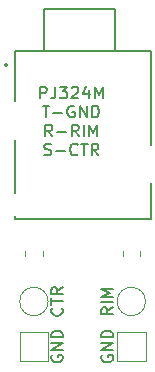
<source format=gbr>
%TF.GenerationSoftware,KiCad,Pcbnew,6.0.2+dfsg-1*%
%TF.CreationDate,2023-07-31T08:36:05-05:00*%
%TF.ProjectId,DrumPCB,4472756d-5043-4422-9e6b-696361645f70,rev?*%
%TF.SameCoordinates,Original*%
%TF.FileFunction,Legend,Top*%
%TF.FilePolarity,Positive*%
%FSLAX46Y46*%
G04 Gerber Fmt 4.6, Leading zero omitted, Abs format (unit mm)*
G04 Created by KiCad (PCBNEW 6.0.2+dfsg-1) date 2023-07-31 08:36:05*
%MOMM*%
%LPD*%
G01*
G04 APERTURE LIST*
%ADD10C,0.150000*%
%ADD11C,0.120000*%
%ADD12C,0.127000*%
%ADD13C,0.200000*%
G04 APERTURE END LIST*
D10*
X130072142Y-86302380D02*
X130072142Y-85302380D01*
X130453095Y-85302380D01*
X130548333Y-85350000D01*
X130595952Y-85397619D01*
X130643571Y-85492857D01*
X130643571Y-85635714D01*
X130595952Y-85730952D01*
X130548333Y-85778571D01*
X130453095Y-85826190D01*
X130072142Y-85826190D01*
X131357857Y-85302380D02*
X131357857Y-86016666D01*
X131310238Y-86159523D01*
X131215000Y-86254761D01*
X131072142Y-86302380D01*
X130976904Y-86302380D01*
X131738809Y-85302380D02*
X132357857Y-85302380D01*
X132024523Y-85683333D01*
X132167380Y-85683333D01*
X132262619Y-85730952D01*
X132310238Y-85778571D01*
X132357857Y-85873809D01*
X132357857Y-86111904D01*
X132310238Y-86207142D01*
X132262619Y-86254761D01*
X132167380Y-86302380D01*
X131881666Y-86302380D01*
X131786428Y-86254761D01*
X131738809Y-86207142D01*
X132738809Y-85397619D02*
X132786428Y-85350000D01*
X132881666Y-85302380D01*
X133119761Y-85302380D01*
X133215000Y-85350000D01*
X133262619Y-85397619D01*
X133310238Y-85492857D01*
X133310238Y-85588095D01*
X133262619Y-85730952D01*
X132691190Y-86302380D01*
X133310238Y-86302380D01*
X134167380Y-85635714D02*
X134167380Y-86302380D01*
X133929285Y-85254761D02*
X133691190Y-85969047D01*
X134310238Y-85969047D01*
X134691190Y-86302380D02*
X134691190Y-85302380D01*
X135024523Y-86016666D01*
X135357857Y-85302380D01*
X135357857Y-86302380D01*
X130286428Y-86912380D02*
X130857857Y-86912380D01*
X130572142Y-87912380D02*
X130572142Y-86912380D01*
X131191190Y-87531428D02*
X131953095Y-87531428D01*
X132953095Y-86960000D02*
X132857857Y-86912380D01*
X132715000Y-86912380D01*
X132572142Y-86960000D01*
X132476904Y-87055238D01*
X132429285Y-87150476D01*
X132381666Y-87340952D01*
X132381666Y-87483809D01*
X132429285Y-87674285D01*
X132476904Y-87769523D01*
X132572142Y-87864761D01*
X132715000Y-87912380D01*
X132810238Y-87912380D01*
X132953095Y-87864761D01*
X133000714Y-87817142D01*
X133000714Y-87483809D01*
X132810238Y-87483809D01*
X133429285Y-87912380D02*
X133429285Y-86912380D01*
X134000714Y-87912380D01*
X134000714Y-86912380D01*
X134476904Y-87912380D02*
X134476904Y-86912380D01*
X134715000Y-86912380D01*
X134857857Y-86960000D01*
X134953095Y-87055238D01*
X135000714Y-87150476D01*
X135048333Y-87340952D01*
X135048333Y-87483809D01*
X135000714Y-87674285D01*
X134953095Y-87769523D01*
X134857857Y-87864761D01*
X134715000Y-87912380D01*
X134476904Y-87912380D01*
X131095952Y-89522380D02*
X130762619Y-89046190D01*
X130524523Y-89522380D02*
X130524523Y-88522380D01*
X130905476Y-88522380D01*
X131000714Y-88570000D01*
X131048333Y-88617619D01*
X131095952Y-88712857D01*
X131095952Y-88855714D01*
X131048333Y-88950952D01*
X131000714Y-88998571D01*
X130905476Y-89046190D01*
X130524523Y-89046190D01*
X131524523Y-89141428D02*
X132286428Y-89141428D01*
X133334047Y-89522380D02*
X133000714Y-89046190D01*
X132762619Y-89522380D02*
X132762619Y-88522380D01*
X133143571Y-88522380D01*
X133238809Y-88570000D01*
X133286428Y-88617619D01*
X133334047Y-88712857D01*
X133334047Y-88855714D01*
X133286428Y-88950952D01*
X133238809Y-88998571D01*
X133143571Y-89046190D01*
X132762619Y-89046190D01*
X133762619Y-89522380D02*
X133762619Y-88522380D01*
X134238809Y-89522380D02*
X134238809Y-88522380D01*
X134572142Y-89236666D01*
X134905476Y-88522380D01*
X134905476Y-89522380D01*
X130429285Y-91084761D02*
X130572142Y-91132380D01*
X130810238Y-91132380D01*
X130905476Y-91084761D01*
X130953095Y-91037142D01*
X131000714Y-90941904D01*
X131000714Y-90846666D01*
X130953095Y-90751428D01*
X130905476Y-90703809D01*
X130810238Y-90656190D01*
X130619761Y-90608571D01*
X130524523Y-90560952D01*
X130476904Y-90513333D01*
X130429285Y-90418095D01*
X130429285Y-90322857D01*
X130476904Y-90227619D01*
X130524523Y-90180000D01*
X130619761Y-90132380D01*
X130857857Y-90132380D01*
X131000714Y-90180000D01*
X131429285Y-90751428D02*
X132191190Y-90751428D01*
X133238809Y-91037142D02*
X133191190Y-91084761D01*
X133048333Y-91132380D01*
X132953095Y-91132380D01*
X132810238Y-91084761D01*
X132715000Y-90989523D01*
X132667380Y-90894285D01*
X132619761Y-90703809D01*
X132619761Y-90560952D01*
X132667380Y-90370476D01*
X132715000Y-90275238D01*
X132810238Y-90180000D01*
X132953095Y-90132380D01*
X133048333Y-90132380D01*
X133191190Y-90180000D01*
X133238809Y-90227619D01*
X133524523Y-90132380D02*
X134095952Y-90132380D01*
X133810238Y-91132380D02*
X133810238Y-90132380D01*
X135000714Y-91132380D02*
X134667380Y-90656190D01*
X134429285Y-91132380D02*
X134429285Y-90132380D01*
X134810238Y-90132380D01*
X134905476Y-90180000D01*
X134953095Y-90227619D01*
X135000714Y-90322857D01*
X135000714Y-90465714D01*
X134953095Y-90560952D01*
X134905476Y-90608571D01*
X134810238Y-90656190D01*
X134429285Y-90656190D01*
%TO.C,CTR*%
X131895142Y-104076428D02*
X131942761Y-104124047D01*
X131990380Y-104266904D01*
X131990380Y-104362142D01*
X131942761Y-104505000D01*
X131847523Y-104600238D01*
X131752285Y-104647857D01*
X131561809Y-104695476D01*
X131418952Y-104695476D01*
X131228476Y-104647857D01*
X131133238Y-104600238D01*
X131038000Y-104505000D01*
X130990380Y-104362142D01*
X130990380Y-104266904D01*
X131038000Y-104124047D01*
X131085619Y-104076428D01*
X130990380Y-103790714D02*
X130990380Y-103219285D01*
X131990380Y-103505000D02*
X130990380Y-103505000D01*
X131990380Y-102314523D02*
X131514190Y-102647857D01*
X131990380Y-102885952D02*
X130990380Y-102885952D01*
X130990380Y-102505000D01*
X131038000Y-102409761D01*
X131085619Y-102362142D01*
X131180857Y-102314523D01*
X131323714Y-102314523D01*
X131418952Y-102362142D01*
X131466571Y-102409761D01*
X131514190Y-102505000D01*
X131514190Y-102885952D01*
%TO.C,RIM*%
X136249380Y-104005000D02*
X135773190Y-104338333D01*
X136249380Y-104576428D02*
X135249380Y-104576428D01*
X135249380Y-104195476D01*
X135297000Y-104100238D01*
X135344619Y-104052619D01*
X135439857Y-104005000D01*
X135582714Y-104005000D01*
X135677952Y-104052619D01*
X135725571Y-104100238D01*
X135773190Y-104195476D01*
X135773190Y-104576428D01*
X136249380Y-103576428D02*
X135249380Y-103576428D01*
X136249380Y-103100238D02*
X135249380Y-103100238D01*
X135963666Y-102766904D01*
X135249380Y-102433571D01*
X136249380Y-102433571D01*
%TO.C,GND*%
X131038000Y-108076904D02*
X130990380Y-108172142D01*
X130990380Y-108315000D01*
X131038000Y-108457857D01*
X131133238Y-108553095D01*
X131228476Y-108600714D01*
X131418952Y-108648333D01*
X131561809Y-108648333D01*
X131752285Y-108600714D01*
X131847523Y-108553095D01*
X131942761Y-108457857D01*
X131990380Y-108315000D01*
X131990380Y-108219761D01*
X131942761Y-108076904D01*
X131895142Y-108029285D01*
X131561809Y-108029285D01*
X131561809Y-108219761D01*
X131990380Y-107600714D02*
X130990380Y-107600714D01*
X131990380Y-107029285D01*
X130990380Y-107029285D01*
X131990380Y-106553095D02*
X130990380Y-106553095D01*
X130990380Y-106315000D01*
X131038000Y-106172142D01*
X131133238Y-106076904D01*
X131228476Y-106029285D01*
X131418952Y-105981666D01*
X131561809Y-105981666D01*
X131752285Y-106029285D01*
X131847523Y-106076904D01*
X131942761Y-106172142D01*
X131990380Y-106315000D01*
X131990380Y-106553095D01*
X135297000Y-108076904D02*
X135249380Y-108172142D01*
X135249380Y-108315000D01*
X135297000Y-108457857D01*
X135392238Y-108553095D01*
X135487476Y-108600714D01*
X135677952Y-108648333D01*
X135820809Y-108648333D01*
X136011285Y-108600714D01*
X136106523Y-108553095D01*
X136201761Y-108457857D01*
X136249380Y-108315000D01*
X136249380Y-108219761D01*
X136201761Y-108076904D01*
X136154142Y-108029285D01*
X135820809Y-108029285D01*
X135820809Y-108219761D01*
X136249380Y-107600714D02*
X135249380Y-107600714D01*
X136249380Y-107029285D01*
X135249380Y-107029285D01*
X136249380Y-106553095D02*
X135249380Y-106553095D01*
X135249380Y-106315000D01*
X135297000Y-106172142D01*
X135392238Y-106076904D01*
X135487476Y-106029285D01*
X135677952Y-105981666D01*
X135820809Y-105981666D01*
X136011285Y-106029285D01*
X136106523Y-106076904D01*
X136201761Y-106172142D01*
X136249380Y-106315000D01*
X136249380Y-106553095D01*
D11*
%TO.C,R2*%
X138530000Y-99197936D02*
X138530000Y-99652064D01*
X137060000Y-99197936D02*
X137060000Y-99652064D01*
D12*
%TO.C,J2*%
X139437500Y-82280000D02*
X139437500Y-90252000D01*
X130437500Y-78780000D02*
X130437500Y-82280000D01*
X136437500Y-82280000D02*
X139437500Y-82280000D01*
X139437500Y-96480000D02*
X139437500Y-93508000D01*
X136437500Y-78780000D02*
X130437500Y-78780000D01*
X139437500Y-96480000D02*
X127937500Y-96480000D01*
X127937500Y-82280000D02*
X130437500Y-82280000D01*
X127937500Y-86552000D02*
X127937500Y-82280000D01*
X136437500Y-82280000D02*
X136437500Y-78780000D01*
X130437500Y-82280000D02*
X136437500Y-82280000D01*
X127937500Y-96480000D02*
X127937500Y-96254000D01*
X127937500Y-89808000D02*
X127937500Y-94306000D01*
D13*
X127287500Y-83480000D02*
G75*
G03*
X127287500Y-83480000I-100000J0D01*
G01*
D11*
%TO.C,CTR*%
X130740000Y-103505000D02*
G75*
G03*
X130740000Y-103505000I-1200000J0D01*
G01*
%TO.C,RIM*%
X138995000Y-103505000D02*
G75*
G03*
X138995000Y-103505000I-1200000J0D01*
G01*
%TO.C,GND*%
X130740000Y-108515000D02*
X128340000Y-108515000D01*
X128340000Y-108515000D02*
X128340000Y-106115000D01*
X130740000Y-106115000D02*
X130740000Y-108515000D01*
X128340000Y-106115000D02*
X130740000Y-106115000D01*
%TO.C,R1*%
X128805000Y-99197936D02*
X128805000Y-99652064D01*
X130275000Y-99197936D02*
X130275000Y-99652064D01*
%TO.C,GND*%
X136595000Y-106115000D02*
X138995000Y-106115000D01*
X138995000Y-106115000D02*
X138995000Y-108515000D01*
X138995000Y-108515000D02*
X136595000Y-108515000D01*
X136595000Y-108515000D02*
X136595000Y-106115000D01*
%TD*%
M02*

</source>
